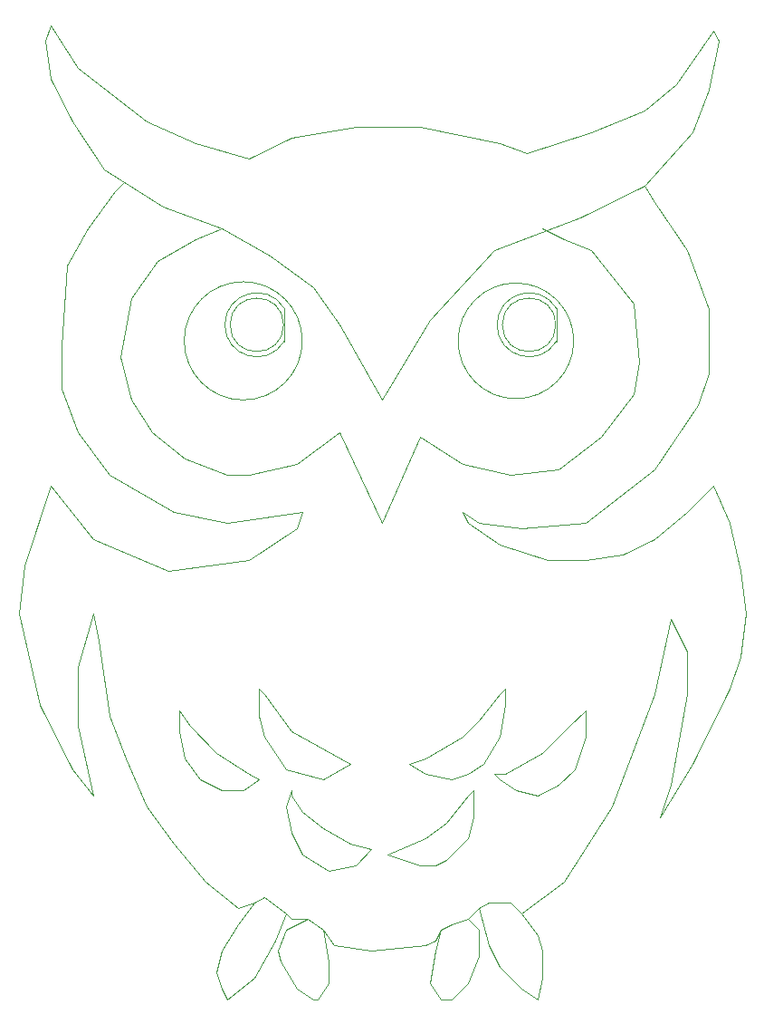
<source format=gbr>
G04 #@! TF.GenerationSoftware,KiCad,Pcbnew,9.0.2*
G04 #@! TF.CreationDate,2025-05-24T18:33:56-04:00*
G04 #@! TF.ProjectId,solder_Hackclub,736f6c64-6572-45f4-9861-636b636c7562,rev?*
G04 #@! TF.SameCoordinates,Original*
G04 #@! TF.FileFunction,Legend,Bot*
G04 #@! TF.FilePolarity,Positive*
%FSLAX46Y46*%
G04 Gerber Fmt 4.6, Leading zero omitted, Abs format (unit mm)*
G04 Created by KiCad (PCBNEW 9.0.2) date 2025-05-24 18:33:56*
%MOMM*%
%LPD*%
G01*
G04 APERTURE LIST*
%ADD10C,0.100000*%
%ADD11C,0.120000*%
G04 APERTURE END LIST*
D10*
X147500000Y-110500000D02*
X147000000Y-111000000D01*
X150000000Y-50000000D02*
X152500000Y-51000000D01*
X125500000Y-121500000D02*
X127000000Y-121000000D01*
X131500000Y-84500000D02*
X131000000Y-86000000D01*
X146500000Y-84500000D02*
X148000000Y-85500000D01*
X144500000Y-123500000D02*
X145500000Y-123000000D01*
X164500000Y-55500000D02*
X163500000Y-54000000D01*
X149000000Y-121000000D02*
X151000000Y-121000000D01*
X151000000Y-121000000D02*
X152000000Y-122000000D01*
X124000000Y-129000000D02*
X123500000Y-127500000D01*
X132000000Y-122500000D02*
X130000000Y-123500000D01*
X139000000Y-74000000D02*
X135000000Y-67000000D01*
X117000000Y-48000000D02*
X121500000Y-50000000D01*
X128000000Y-101500000D02*
X127500000Y-101000000D01*
X151500000Y-110500000D02*
X150000000Y-109500000D01*
X154000000Y-125500000D02*
X154000000Y-128000000D01*
X126500000Y-109000000D02*
X127500000Y-109500000D01*
X152000000Y-122000000D02*
X153500000Y-124000000D01*
X148000000Y-126000000D02*
X147000000Y-128500000D01*
X130500000Y-122500000D02*
X132000000Y-122500000D01*
X113000000Y-52500000D02*
X110000000Y-48000000D01*
X138000000Y-125500000D02*
X143000000Y-125000000D01*
X133500000Y-123500000D02*
X134500000Y-125000000D01*
X152000000Y-122000000D02*
X156000000Y-119000000D01*
X154000000Y-58000000D02*
X156000000Y-59000000D01*
X109000000Y-69000000D02*
X109000000Y-73000000D01*
X120500000Y-79500000D02*
X117500000Y-77000000D01*
X150000000Y-101500000D02*
X148000000Y-104000000D01*
X113500000Y-103500000D02*
X115000000Y-107500000D01*
X131500000Y-116500000D02*
X130500000Y-114500000D01*
X148500000Y-108000000D02*
X150000000Y-105500000D01*
X131000000Y-80000000D02*
X126500000Y-81000000D01*
X130000000Y-108500000D02*
X128000000Y-105500000D01*
X128000000Y-120500000D02*
X130000000Y-122000000D01*
X159500000Y-77500000D02*
X155500000Y-80500000D01*
X143500000Y-128500000D02*
X144000000Y-125500000D01*
X144000000Y-125500000D02*
X144500000Y-123500000D01*
X169500000Y-71500000D02*
X169500000Y-65500000D01*
X126500000Y-51500000D02*
X130500000Y-49500000D01*
X148000000Y-124500000D02*
X148000000Y-126000000D01*
X168500000Y-74500000D02*
X169500000Y-71500000D01*
X148000000Y-121500000D02*
X149000000Y-121000000D01*
X117000000Y-112000000D02*
X119500000Y-115500000D01*
X127000000Y-121000000D02*
X128000000Y-120500000D01*
X142500000Y-77500000D02*
X139000000Y-85500000D01*
X105500000Y-89500000D02*
X105000000Y-94000000D01*
X138000000Y-116000000D02*
X136500000Y-117500000D01*
X129250000Y-125500000D02*
X129500000Y-126500000D01*
X129000000Y-124500000D02*
X127000000Y-128000000D01*
X134000000Y-126500000D02*
X133500000Y-123500000D01*
X132500000Y-130000000D02*
X133000000Y-130000000D01*
X149000000Y-125000000D02*
X148000000Y-121500000D01*
X112000000Y-94000000D02*
X112500000Y-96500000D01*
X108000000Y-82000000D02*
X105500000Y-89500000D01*
X157000000Y-108500000D02*
X155500000Y-110000000D01*
X119000000Y-90000000D02*
X112000000Y-87000000D01*
X168000000Y-108000000D02*
X171500000Y-101000000D01*
X117500000Y-77000000D02*
X115500000Y-74000000D01*
X147000000Y-128500000D02*
X145500000Y-130000000D01*
X118500000Y-56000000D02*
X113000000Y-52500000D01*
X107500000Y-40500000D02*
X108000000Y-39000000D01*
X156500000Y-104500000D02*
X158000000Y-103000000D01*
X144000000Y-117500000D02*
X145000000Y-117000000D01*
X119500000Y-84500000D02*
X124500000Y-85500000D01*
X130500000Y-105000000D02*
X136000000Y-108000000D01*
X147000000Y-122500000D02*
X148000000Y-121500000D01*
X164500000Y-80500000D02*
X168500000Y-74500000D01*
X167500000Y-97500000D02*
X167500000Y-101500000D01*
X169500000Y-45000000D02*
X168000000Y-49000000D01*
X115500000Y-74000000D02*
X114500000Y-70000000D01*
X162500000Y-65000000D02*
X163000000Y-70500000D01*
X143000000Y-125000000D02*
X144000000Y-124500000D01*
X120500000Y-107500000D02*
X120000000Y-105000000D01*
X130000000Y-123500000D02*
X129250000Y-125500000D01*
X133500000Y-114000000D02*
X136000000Y-115500000D01*
X156908327Y-68500000D02*
G75*
G02*
X146091673Y-68500000I-5408327J0D01*
G01*
X146091673Y-68500000D02*
G75*
G02*
X156908327Y-68500000I5408327J0D01*
G01*
X147000000Y-122500000D02*
X148000000Y-123500000D01*
X150500000Y-102500000D02*
X150500000Y-101000000D01*
X172500000Y-90000000D02*
X171500000Y-85500000D01*
X126000000Y-110500000D02*
X124000000Y-110500000D01*
X145500000Y-123000000D02*
X147000000Y-122500000D01*
X153500000Y-124000000D02*
X154000000Y-125500000D01*
X167500000Y-84500000D02*
X164500000Y-87000000D01*
X135000000Y-77000000D02*
X131000000Y-80000000D01*
X112000000Y-87000000D02*
X108000000Y-82000000D01*
X108000000Y-44000000D02*
X107500000Y-40500000D01*
X124000000Y-58000000D02*
X118500000Y-56000000D01*
X158000000Y-89000000D02*
X154500000Y-89000000D01*
X153500000Y-130000000D02*
X152000000Y-129000000D01*
X131000000Y-86000000D02*
X126500000Y-89000000D01*
X173000000Y-94000000D02*
X172500000Y-90000000D01*
X150000000Y-105500000D02*
X150500000Y-102500000D01*
X153500000Y-111000000D02*
X151500000Y-110500000D01*
X165000000Y-113000000D02*
X168000000Y-108000000D01*
X164500000Y-101500000D02*
X166000000Y-94500000D01*
X136000000Y-115500000D02*
X138000000Y-116000000D01*
X160500000Y-112000000D02*
X164500000Y-101500000D01*
X145000000Y-117000000D02*
X147000000Y-115000000D01*
X124500000Y-81000000D02*
X120500000Y-79500000D01*
X110500000Y-43000000D02*
X117000000Y-48000000D01*
X171500000Y-101000000D02*
X172500000Y-98000000D01*
X154000000Y-128000000D02*
X153500000Y-130000000D01*
X170500000Y-40500000D02*
X169500000Y-45000000D01*
X110000000Y-48000000D02*
X108000000Y-44000000D01*
X149500000Y-109000000D02*
X150500000Y-109000000D01*
X124000000Y-125500000D02*
X125500000Y-123000000D01*
X133500000Y-123500000D02*
X132000000Y-122500000D01*
X166500000Y-44500000D02*
X170000000Y-39500000D01*
X126500000Y-81000000D02*
X124500000Y-81000000D01*
X148000000Y-85500000D02*
X152000000Y-86000000D01*
X132500000Y-63500000D02*
X128500000Y-60500000D01*
X147000000Y-85500000D02*
X146500000Y-84500000D01*
X158000000Y-85500000D02*
X164500000Y-80500000D01*
X124500000Y-130000000D02*
X124000000Y-129000000D01*
X163500000Y-47000000D02*
X166500000Y-44500000D01*
X108000000Y-39000000D02*
X110500000Y-43000000D01*
X167500000Y-101500000D02*
X166000000Y-110000000D01*
X156000000Y-59000000D02*
X158500000Y-60000000D01*
X128000000Y-105500000D02*
X127500000Y-103500000D01*
X130500000Y-111000000D02*
X131500000Y-112500000D01*
X149500000Y-60000000D02*
X143500000Y-66500000D01*
X163000000Y-70500000D02*
X162500000Y-73500000D01*
X107000000Y-102500000D02*
X110000000Y-108500000D01*
X133500000Y-109500000D02*
X130000000Y-108500000D01*
X141500000Y-108000000D02*
X143000000Y-109000000D01*
X161500000Y-88500000D02*
X158000000Y-89000000D01*
X167500000Y-60000000D02*
X164500000Y-55500000D01*
X130000000Y-122000000D02*
X130500000Y-122500000D01*
X126500000Y-89000000D02*
X119000000Y-90000000D01*
X118000000Y-61000000D02*
X121500000Y-59000000D01*
X143500000Y-66500000D02*
X139000000Y-74000000D01*
X148000000Y-123500000D02*
X148000000Y-124500000D01*
X110500000Y-104500000D02*
X110500000Y-99000000D01*
X158000000Y-105500000D02*
X157000000Y-108500000D01*
X127000000Y-128000000D02*
X124500000Y-130000000D01*
X111500000Y-58000000D02*
X109500000Y-61500000D01*
X147500000Y-113000000D02*
X147500000Y-111500000D01*
X136000000Y-108000000D02*
X133500000Y-109500000D01*
X130500000Y-49500000D02*
X136500000Y-48500000D01*
X134000000Y-118000000D02*
X131500000Y-116500000D01*
X110500000Y-99000000D02*
X112000000Y-94000000D01*
X134000000Y-128500000D02*
X134000000Y-126500000D01*
X162500000Y-73500000D02*
X159500000Y-77500000D01*
X150000000Y-127000000D02*
X149000000Y-125000000D01*
X148000000Y-104000000D02*
X146500000Y-105500000D01*
X131000000Y-129000000D02*
X132500000Y-130000000D01*
X109000000Y-73000000D02*
X110500000Y-77000000D01*
X158000000Y-103000000D02*
X158000000Y-105500000D01*
X121000000Y-104500000D02*
X123500000Y-107000000D01*
X152000000Y-129000000D02*
X150000000Y-127000000D01*
X122500000Y-119000000D02*
X125500000Y-121500000D01*
X136500000Y-48500000D02*
X142500000Y-48500000D01*
X114833334Y-53666667D02*
X114000000Y-54500000D01*
X131500000Y-112500000D02*
X133500000Y-114000000D01*
X139500000Y-116500000D02*
X141000000Y-117000000D01*
X124500000Y-85500000D02*
X131500000Y-84500000D01*
X147500000Y-111500000D02*
X147500000Y-110500000D01*
X130000000Y-112000000D02*
X130500000Y-110500000D01*
X152000000Y-86000000D02*
X158000000Y-85500000D01*
X142500000Y-117500000D02*
X144000000Y-117500000D01*
X136500000Y-117500000D02*
X134000000Y-118000000D01*
X143000000Y-109000000D02*
X145500000Y-109500000D01*
X145000000Y-113500000D02*
X143000000Y-115000000D01*
X119500000Y-115500000D02*
X122500000Y-119000000D01*
X147000000Y-109000000D02*
X148500000Y-108000000D01*
X124000000Y-110500000D02*
X122000000Y-109500000D01*
X115000000Y-107500000D02*
X117000000Y-112000000D01*
X130000000Y-122000000D02*
X129000000Y-124500000D01*
X127500000Y-109500000D02*
X126000000Y-110500000D01*
X112000000Y-111000000D02*
X110500000Y-104500000D01*
X144500000Y-130000000D02*
X143500000Y-128500000D01*
X147000000Y-115000000D02*
X147500000Y-113000000D01*
X152500000Y-51000000D02*
X158500000Y-49000000D01*
X115500000Y-64500000D02*
X118000000Y-61000000D01*
X163500000Y-54000000D02*
X157500000Y-57000000D01*
X166000000Y-94500000D02*
X167500000Y-97500000D01*
X147000000Y-111000000D02*
X145000000Y-113500000D01*
X122000000Y-109500000D02*
X120500000Y-107500000D01*
X143000000Y-107500000D02*
X141500000Y-108000000D01*
X158500000Y-60000000D02*
X162500000Y-65000000D01*
X131522681Y-68500000D02*
G75*
G02*
X120477319Y-68500000I-5522681J0D01*
G01*
X120477319Y-68500000D02*
G75*
G02*
X131522681Y-68500000I5522681J0D01*
G01*
X151000000Y-81000000D02*
X146500000Y-80000000D01*
X170000000Y-82000000D02*
X167500000Y-84500000D01*
X133000000Y-130000000D02*
X134000000Y-128500000D01*
X170000000Y-39500000D02*
X170500000Y-40500000D01*
X142500000Y-48500000D02*
X150000000Y-50000000D01*
X155500000Y-80500000D02*
X151000000Y-81000000D01*
X120000000Y-105000000D02*
X120000000Y-103000000D01*
X128000000Y-101500000D02*
X130500000Y-105000000D01*
X110500000Y-77000000D02*
X113500000Y-81000000D01*
X130500000Y-110500000D02*
X130500000Y-111000000D01*
X121500000Y-50000000D02*
X126500000Y-51500000D01*
X123500000Y-127500000D02*
X124000000Y-125500000D01*
X158500000Y-49000000D02*
X163500000Y-47000000D01*
X172500000Y-98000000D02*
X173000000Y-94000000D01*
X150000000Y-109500000D02*
X149500000Y-109000000D01*
X168000000Y-49000000D02*
X163500000Y-54000000D01*
X166000000Y-110000000D02*
X165000000Y-113000000D01*
X145500000Y-109500000D02*
X147000000Y-109000000D01*
X150000000Y-87500000D02*
X147000000Y-85500000D01*
X143000000Y-115000000D02*
X139500000Y-116500000D01*
X146500000Y-80000000D02*
X142500000Y-77500000D01*
X105000000Y-94000000D02*
X107000000Y-102500000D01*
X141000000Y-117000000D02*
X142500000Y-117500000D01*
X114000000Y-54500000D02*
X111500000Y-58000000D01*
X144000000Y-124500000D02*
X144500000Y-123500000D01*
X134500000Y-125000000D02*
X138000000Y-125500000D01*
X110000000Y-108500000D02*
X112000000Y-111000000D01*
X123500000Y-107000000D02*
X126500000Y-109000000D01*
X135000000Y-67000000D02*
X132500000Y-63500000D01*
X109500000Y-61500000D02*
X109000000Y-69000000D01*
X156000000Y-119000000D02*
X160500000Y-112000000D01*
X114500000Y-70000000D02*
X115500000Y-64500000D01*
X150500000Y-109000000D02*
X154000000Y-107000000D01*
X129500000Y-126500000D02*
X131000000Y-129000000D01*
X130500000Y-114500000D02*
X130000000Y-112000000D01*
X146500000Y-105500000D02*
X143000000Y-107500000D01*
X171500000Y-85500000D02*
X170000000Y-82000000D01*
X157500000Y-57000000D02*
X149500000Y-60000000D01*
X127500000Y-103500000D02*
X127500000Y-101000000D01*
X112500000Y-96500000D02*
X113500000Y-103500000D01*
X120000000Y-103000000D02*
X121000000Y-104500000D01*
X128500000Y-60500000D02*
X124000000Y-58000000D01*
X169500000Y-65500000D02*
X167500000Y-60000000D01*
X145500000Y-130000000D02*
X144500000Y-130000000D01*
X154500000Y-89000000D02*
X150000000Y-87500000D01*
X155500000Y-110000000D02*
X153500000Y-111000000D01*
X150500000Y-101000000D02*
X150000000Y-101500000D01*
X164500000Y-87000000D02*
X161500000Y-88500000D01*
X154000000Y-107000000D02*
X156500000Y-104500000D01*
X113500000Y-81000000D02*
X119500000Y-84500000D01*
X121500000Y-59000000D02*
X124000000Y-58000000D01*
X125500000Y-123000000D02*
X127000000Y-121000000D01*
X139000000Y-85500000D02*
X135000000Y-77000000D01*
D11*
X155290000Y-65455000D02*
X155290000Y-68545000D01*
X149740000Y-67000000D02*
G75*
G02*
X155290000Y-65455170I2990000J0D01*
G01*
X155290000Y-68544830D02*
G75*
G02*
X149740000Y-67000000I-2560000J1544830D01*
G01*
X155230000Y-67000000D02*
G75*
G02*
X150230000Y-67000000I-2500000J0D01*
G01*
X150230000Y-67000000D02*
G75*
G02*
X155230000Y-67000000I2500000J0D01*
G01*
X129830000Y-65455000D02*
X129830000Y-68545000D01*
X124280000Y-67000000D02*
G75*
G02*
X129830000Y-65455170I2990000J0D01*
G01*
X129830000Y-68544830D02*
G75*
G02*
X124280000Y-67000000I-2560000J1544830D01*
G01*
X129770000Y-67000000D02*
G75*
G02*
X124770000Y-67000000I-2500000J0D01*
G01*
X124770000Y-67000000D02*
G75*
G02*
X129770000Y-67000000I2500000J0D01*
G01*
M02*

</source>
